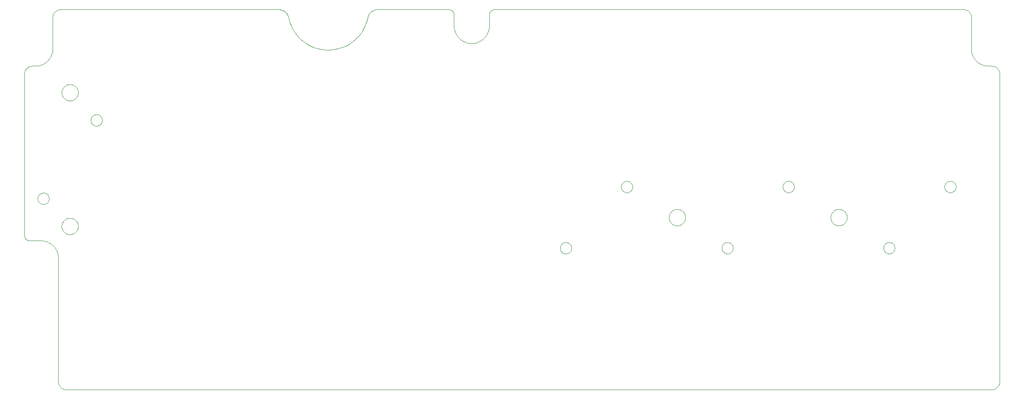
<source format=gko>
%FSTAX23Y23*%
%MOIN*%
%SFA1B1*%

%IPPOS*%
%ADD95C,0.000500*%
%ADD96C,0.000787*%
%LNmod_duo_dwarf-1*%
%LPD*%
G54D95*
X01153Y03083D02*
D01*
X01153Y03087*
X01153Y03092*
X01152Y03096*
X01151Y031*
X0115Y03105*
X01148Y03109*
X01146Y03113*
X01144Y03117*
X01141Y0312*
X01139Y03124*
X01136Y03127*
X01132Y0313*
X01129Y03133*
X01125Y03136*
X01121Y03138*
X01118Y0314*
X01113Y03142*
X01109Y03144*
X01105Y03145*
X01101Y03146*
X01096Y03146*
X01092Y03147*
X01087*
X01083Y03146*
X01078Y03146*
X01074Y03145*
X0107Y03144*
X01066Y03142*
X01061Y0314*
X01058Y03138*
X01054Y03136*
X0105Y03133*
X01047Y0313*
X01043Y03127*
X0104Y03124*
X01038Y0312*
X01035Y03117*
X01033Y03113*
X01031Y03109*
X01029Y03105*
X01028Y031*
X01027Y03096*
X01026Y03092*
X01026Y03087*
X01026Y03083*
X01026Y03078*
X01026Y03074*
X01027Y0307*
X01028Y03065*
X01029Y03061*
X01031Y03057*
X01033Y03053*
X01035Y03049*
X01038Y03045*
X0104Y03042*
X01043Y03038*
X01047Y03035*
X0105Y03032*
X01054Y0303*
X01058Y03027*
X01061Y03025*
X01066Y03023*
X0107Y03022*
X01074Y03021*
X01078Y0302*
X01083Y03019*
X01087Y03019*
X01092*
X01096Y03019*
X01101Y0302*
X01105Y03021*
X01109Y03022*
X01113Y03023*
X01118Y03025*
X01121Y03027*
X01125Y0303*
X01129Y03032*
X01132Y03035*
X01136Y03038*
X01139Y03042*
X01141Y03045*
X01144Y03049*
X01146Y03053*
X01148Y03057*
X0115Y03061*
X01151Y03065*
X01152Y0307*
X01153Y03074*
X01153Y03078*
X01153Y03083*
X08334Y0323D02*
D01*
X08333Y03235*
X08333Y03239*
X08332Y03243*
X08331Y03247*
X0833Y03251*
X08328Y03254*
X08327Y03258*
X08325Y03262*
X08322Y03265*
X0832Y03268*
X08317Y03271*
X08314Y03274*
X08311Y03277*
X08308Y03279*
X08304Y03282*
X083Y03284*
X08297Y03285*
X08293Y03287*
X08289Y03288*
X08285Y03289*
X08281Y03289*
X08277Y03289*
X08275Y0329*
X08113Y03427D02*
D01*
X08113Y03418*
X08114Y03408*
X08116Y03399*
X08118Y03389*
X08121Y0338*
X08125Y03371*
X08129Y03363*
X08134Y03354*
X08139Y03346*
X08145Y03339*
X08152Y03332*
X08159Y03325*
X08166Y03319*
X08174Y03313*
X08182Y03308*
X08191Y03303*
X08199Y033*
X08208Y03296*
X08218Y03294*
X08227Y03292*
X08237Y0329*
X08246Y0329*
X08251Y0329*
X03487Y0373D02*
D01*
X03482Y0373*
X03476Y0373*
X03471Y03729*
X03465Y03727*
X0346Y03726*
X03455Y03724*
X0345Y03721*
X03445Y03718*
X03441Y03715*
X03436Y03712*
X03432Y03708*
X03429Y03704*
X03425Y037*
X03422Y03696*
X03419Y03691*
X03416Y03686*
X03414Y03681*
X03412Y03676*
X03411Y03671*
X0341Y03667*
X08275Y00766D02*
D01*
X08279Y00766*
X08283Y00766*
X08287Y00767*
X08291Y00768*
X08295Y00769*
X08299Y00771*
X08302Y00773*
X08306Y00775*
X08309Y00777*
X08312Y0078*
X08316Y00782*
X08318Y00785*
X08321Y00789*
X08323Y00792*
X08326Y00795*
X08328Y00799*
X08329Y00803*
X08331Y00807*
X08332Y00811*
X08333Y00815*
X08333Y00819*
X08334Y00823*
X08334Y00825*
X00999D02*
D01*
X00999Y00821*
X01Y00817*
X01Y00813*
X01001Y00809*
X01003Y00805*
X01004Y00801*
X01006Y00797*
X01008Y00794*
X0101Y0079*
X01013Y00787*
X01016Y00784*
X01018Y00781*
X01022Y00778*
X01025Y00776*
X01028Y00774*
X01032Y00772*
X01036Y0077*
X0104Y00769*
X01044Y00768*
X01048Y00767*
X01052Y00766*
X01056Y00766*
X01058Y00766*
X00794Y0329D02*
D01*
X0079Y03289*
X00786Y03289*
X00782Y03288*
X00778Y03287*
X00774Y03286*
X0077Y03284*
X00766Y03283*
X00763Y03281*
X0076Y03278*
X00756Y03276*
X00753Y03273*
X0075Y0327*
X00748Y03267*
X00745Y03263*
X00743Y0326*
X00741Y03256*
X00739Y03253*
X00738Y03249*
X00737Y03245*
X00736Y03241*
X00735Y03237*
X00735Y03233*
X00735Y0323*
X00818Y0329D02*
D01*
X00827Y0329*
X00837Y03291*
X00846Y03293*
X00856Y03295*
X00865Y03298*
X00874Y03301*
X00883Y03306*
X00891Y0331*
X00899Y03316*
X00906Y03322*
X00914Y03328*
X0092Y03335*
X00926Y03342*
X00932Y0335*
X00937Y03358*
X00942Y03367*
X00946Y03376*
X00949Y03385*
X00952Y03394*
X00954Y03403*
X00955Y03413*
X00956Y03422*
X00956Y03427*
X01015Y0373D02*
D01*
X01011Y0373*
X01006Y0373*
X01002Y03729*
X00998Y03728*
X00994Y03727*
X00991Y03725*
X00987Y03724*
X00983Y03721*
X0098Y03719*
X00977Y03717*
X00974Y03714*
X00971Y03711*
X00968Y03708*
X00966Y03704*
X00964Y03701*
X00962Y03697*
X0096Y03694*
X00959Y0369*
X00957Y03686*
X00957Y03682*
X00956Y03678*
X00956Y03673*
X00956Y03671*
X04082Y03604D02*
D01*
X04082Y03595*
X04083Y03585*
X04085Y03576*
X04087Y03566*
X0409Y03557*
X04094Y03548*
X04098Y0354*
X04103Y03531*
X04108Y03523*
X04114Y03516*
X0412Y03509*
X04127Y03502*
X04135Y03496*
X04142Y0349*
X04151Y03485*
X04159Y03481*
X04168Y03477*
X04177Y03473*
X04186Y03471*
X04195Y03469*
X04205Y03467*
X04215Y03467*
X04224*
X04234Y03467*
X04243Y03469*
X04253Y03471*
X04262Y03473*
X04271Y03477*
X0428Y03481*
X04288Y03485*
X04296Y0349*
X04304Y03496*
X04312Y03502*
X04319Y03509*
X04325Y03516*
X04331Y03523*
X04336Y03531*
X04341Y0354*
X04345Y03548*
X04349Y03557*
X04352Y03566*
X04354Y03576*
X04356Y03585*
X04357Y03595*
X04357Y03604*
X04082Y03691D02*
D01*
X04082Y03694*
X04081Y03697*
X04081Y03699*
X0408Y03702*
X04079Y03705*
X04078Y03707*
X04077Y0371*
X04076Y03712*
X04074Y03714*
X04072Y03716*
X04071Y03718*
X04069Y0372*
X04066Y03722*
X04064Y03724*
X04062Y03725*
X0406Y03726*
X04057Y03728*
X04054Y03729*
X04052Y03729*
X04049Y0373*
X04046Y0373*
X04044Y0373*
X04042Y0373*
X04397D02*
D01*
X04394Y0373*
X04391Y0373*
X04388Y0373*
X04386Y03729*
X04383Y03728*
X04381Y03727*
X04378Y03726*
X04376Y03724*
X04373Y03723*
X04371Y03721*
X04369Y03719*
X04367Y03717*
X04366Y03715*
X04364Y03713*
X04362Y03711*
X04361Y03708*
X0436Y03706*
X04359Y03703*
X04358Y03701*
X04358Y03698*
X04357Y03695*
X04357Y03692*
X04357Y03691*
X02793Y03667D02*
D01*
X02798Y03646*
X02804Y03625*
X02813Y03605*
X02822Y03585*
X02833Y03566*
X02845Y03547*
X02858Y0353*
X02873Y03513*
X02889Y03498*
X02905Y03484*
X02923Y03471*
X02942Y03459*
X02961Y03448*
X02981Y03439*
X03002Y03432*
X03023Y03425*
X03044Y03421*
X03066Y03417*
X03088Y03416*
X0311Y03416*
X03132Y03417*
X03153Y0342*
X03175Y03424*
X03196Y0343*
X03217Y03437*
X03237Y03446*
X03257Y03456*
X03275Y03468*
X03293Y03481*
X0331Y03495*
X03326Y0351*
X03341Y03526*
X03355Y03543*
X03367Y03561*
X03378Y0358*
X03388Y036*
X03396Y0362*
X03403Y03641*
X03409Y03662*
X0341Y03667*
X08113Y03671D02*
D01*
X08113Y03676*
X08113Y0368*
X08112Y03684*
X08111Y03688*
X0811Y03692*
X08108Y03695*
X08106Y03699*
X08104Y03703*
X08102Y03706*
X08099Y03709*
X08097Y03712*
X08094Y03715*
X0809Y03718*
X08087Y0372*
X08084Y03723*
X0808Y03724*
X08076Y03726*
X08072Y03728*
X08068Y03729*
X08064Y0373*
X0806Y0373*
X08056Y0373*
X08054Y0373*
X02793Y03667D02*
D01*
X02791Y03673*
X0279Y03678*
X02788Y03683*
X02785Y03688*
X02783Y03693*
X0278Y03697*
X02776Y03702*
X02773Y03706*
X02769Y0371*
X02765Y03713*
X0276Y03717*
X02755Y0372*
X02751Y03722*
X02746Y03724*
X0274Y03726*
X02735Y03728*
X0273Y03729*
X02724Y0373*
X02719Y0373*
X02716Y0373*
X04397D02*
X08054D01*
X08251Y0329D02*
X08275D01*
X00999Y00825D02*
Y01722D01*
X08334Y00825D02*
Y0323D01*
X00956Y03427D02*
Y03671D01*
X01058Y00766D02*
X08275D01*
X00794Y0329D02*
X00818D01*
X03487Y0373D02*
X04042D01*
X01015D02*
X02716D01*
X08113Y03427D02*
Y03671D01*
X04357Y03604D02*
Y03691D01*
X04082Y03604D02*
Y03691D01*
G54D96*
X07994Y02347D02*
D01*
X07994Y0235*
X07993Y02353*
X07993Y02356*
X07992Y02359*
X07991Y02362*
X0799Y02365*
X07988Y02368*
X07987Y0237*
X07985Y02373*
X07983Y02375*
X07981Y02378*
X07979Y0238*
X07977Y02382*
X07974Y02384*
X07972Y02385*
X07969Y02387*
X07966Y02388*
X07963Y02389*
X0796Y0239*
X07957Y02391*
X07954Y02391*
X07951Y02391*
X07948*
X07945Y02391*
X07942Y02391*
X07939Y0239*
X07936Y02389*
X07933Y02388*
X0793Y02387*
X07927Y02385*
X07925Y02384*
X07922Y02382*
X0792Y0238*
X07918Y02378*
X07915Y02375*
X07914Y02373*
X07912Y0237*
X0791Y02368*
X07909Y02365*
X07908Y02362*
X07907Y02359*
X07906Y02356*
X07906Y02353*
X07905Y0235*
X07905Y02347*
X07905Y02344*
X07906Y02341*
X07906Y02338*
X07907Y02335*
X07908Y02332*
X07909Y02329*
X0791Y02326*
X07912Y02323*
X07914Y02321*
X07915Y02318*
X07918Y02316*
X0792Y02314*
X07922Y02312*
X07925Y0231*
X07927Y02309*
X0793Y02307*
X07933Y02306*
X07936Y02305*
X07939Y02304*
X07942Y02303*
X07945Y02303*
X07948Y02303*
X07951*
X07954Y02303*
X07957Y02303*
X0796Y02304*
X07963Y02305*
X07966Y02306*
X07969Y02307*
X07972Y02309*
X07974Y0231*
X07977Y02312*
X07979Y02314*
X07981Y02316*
X07983Y02318*
X07985Y02321*
X07987Y02323*
X07988Y02326*
X0799Y02329*
X07991Y02332*
X07992Y02335*
X07993Y02338*
X07993Y02341*
X07994Y02344*
X07994Y02347*
X07518Y0187D02*
D01*
X07518Y01873*
X07518Y01876*
X07517Y01879*
X07516Y01882*
X07515Y01885*
X07514Y01888*
X07513Y01891*
X07511Y01893*
X0751Y01896*
X07508Y01898*
X07506Y01901*
X07503Y01903*
X07501Y01905*
X07498Y01907*
X07496Y01908*
X07493Y0191*
X0749Y01911*
X07487Y01912*
X07484Y01913*
X07481Y01913*
X07478Y01914*
X07475Y01914*
X07472*
X07469Y01914*
X07466Y01913*
X07463Y01913*
X0746Y01912*
X07457Y01911*
X07454Y0191*
X07452Y01908*
X07449Y01907*
X07446Y01905*
X07444Y01903*
X07442Y01901*
X0744Y01898*
X07438Y01896*
X07436Y01893*
X07435Y01891*
X07433Y01888*
X07432Y01885*
X07431Y01882*
X0743Y01879*
X0743Y01876*
X0743Y01873*
X07429Y0187*
X0743Y01867*
X0743Y01864*
X0743Y01861*
X07431Y01858*
X07432Y01855*
X07433Y01852*
X07435Y01849*
X07436Y01846*
X07438Y01844*
X0744Y01841*
X07442Y01839*
X07444Y01837*
X07446Y01835*
X07449Y01833*
X07452Y01831*
X07454Y0183*
X07457Y01829*
X0746Y01828*
X07463Y01827*
X07466Y01826*
X07469Y01826*
X07472Y01826*
X07475*
X07478Y01826*
X07481Y01826*
X07484Y01827*
X07487Y01828*
X0749Y01829*
X07493Y0183*
X07496Y01831*
X07498Y01833*
X07501Y01835*
X07503Y01837*
X07506Y01839*
X07508Y01841*
X0751Y01844*
X07511Y01846*
X07513Y01849*
X07514Y01852*
X07515Y01855*
X07516Y01858*
X07517Y01861*
X07518Y01864*
X07518Y01867*
X07518Y0187*
X07146Y02108D02*
D01*
X07145Y02113*
X07145Y02117*
X07144Y02122*
X07143Y02126*
X07142Y0213*
X0714Y02134*
X07138Y02138*
X07136Y02142*
X07133Y02146*
X07131Y0215*
X07128Y02153*
X07124Y02156*
X07121Y02159*
X07117Y02161*
X07114Y02164*
X0711Y02166*
X07106Y02168*
X07101Y02169*
X07097Y0217*
X07093Y02171*
X07088Y02172*
X07084Y02172*
X07079*
X07075Y02172*
X07071Y02171*
X07066Y0217*
X07062Y02169*
X07058Y02168*
X07054Y02166*
X0705Y02164*
X07046Y02161*
X07042Y02159*
X07039Y02156*
X07036Y02153*
X07033Y0215*
X0703Y02146*
X07027Y02142*
X07025Y02138*
X07023Y02134*
X07022Y0213*
X0702Y02126*
X07019Y02122*
X07018Y02117*
X07018Y02113*
X07018Y02108*
X07018Y02104*
X07018Y02099*
X07019Y02095*
X0702Y02091*
X07022Y02087*
X07023Y02082*
X07025Y02078*
X07027Y02074*
X0703Y02071*
X07033Y02067*
X07036Y02064*
X07039Y02061*
X07042Y02058*
X07046Y02055*
X0705Y02053*
X07054Y02051*
X07058Y02049*
X07062Y02048*
X07066Y02046*
X07071Y02045*
X07075Y02045*
X07079Y02044*
X07084*
X07088Y02045*
X07093Y02045*
X07097Y02046*
X07101Y02048*
X07106Y02049*
X0711Y02051*
X07114Y02053*
X07117Y02055*
X07121Y02058*
X07124Y02061*
X07128Y02064*
X07131Y02067*
X07133Y02071*
X07136Y02074*
X07138Y02078*
X0714Y02082*
X07142Y02087*
X07143Y02091*
X07144Y02095*
X07145Y02099*
X07145Y02104*
X07146Y02108*
X06734Y02347D02*
D01*
X06734Y0235*
X06733Y02353*
X06733Y02356*
X06732Y02359*
X06731Y02362*
X0673Y02365*
X06729Y02368*
X06727Y0237*
X06725Y02373*
X06723Y02375*
X06721Y02378*
X06719Y0238*
X06717Y02382*
X06714Y02384*
X06712Y02385*
X06709Y02387*
X06706Y02388*
X06703Y02389*
X067Y0239*
X06697Y02391*
X06694Y02391*
X06691Y02391*
X06688*
X06685Y02391*
X06682Y02391*
X06679Y0239*
X06676Y02389*
X06673Y02388*
X0667Y02387*
X06667Y02385*
X06665Y02384*
X06662Y02382*
X0666Y0238*
X06658Y02378*
X06656Y02375*
X06654Y02373*
X06652Y0237*
X0665Y02368*
X06649Y02365*
X06648Y02362*
X06647Y02359*
X06646Y02356*
X06646Y02353*
X06645Y0235*
X06645Y02347*
X06645Y02344*
X06646Y02341*
X06646Y02338*
X06647Y02335*
X06648Y02332*
X06649Y02329*
X0665Y02326*
X06652Y02323*
X06654Y02321*
X06656Y02318*
X06658Y02316*
X0666Y02314*
X06662Y02312*
X06665Y0231*
X06667Y02309*
X0667Y02307*
X06673Y02306*
X06676Y02305*
X06679Y02304*
X06682Y02303*
X06685Y02303*
X06688Y02303*
X06691*
X06694Y02303*
X06697Y02303*
X067Y02304*
X06703Y02305*
X06706Y02306*
X06709Y02307*
X06712Y02309*
X06714Y0231*
X06717Y02312*
X06719Y02314*
X06721Y02316*
X06723Y02318*
X06725Y02321*
X06727Y02323*
X06729Y02326*
X0673Y02329*
X06731Y02332*
X06732Y02335*
X06733Y02338*
X06733Y02341*
X06734Y02344*
X06734Y02347*
X06258Y0187D02*
D01*
X06258Y01873*
X06258Y01876*
X06257Y01879*
X06256Y01882*
X06256Y01885*
X06254Y01888*
X06253Y01891*
X06251Y01893*
X0625Y01896*
X06248Y01898*
X06246Y01901*
X06244Y01903*
X06241Y01905*
X06239Y01907*
X06236Y01908*
X06233Y0191*
X0623Y01911*
X06228Y01912*
X06225Y01913*
X06222Y01913*
X06219Y01914*
X06215Y01914*
X06212*
X06209Y01914*
X06206Y01913*
X06203Y01913*
X062Y01912*
X06197Y01911*
X06194Y0191*
X06192Y01908*
X06189Y01907*
X06187Y01905*
X06184Y01903*
X06182Y01901*
X0618Y01898*
X06178Y01896*
X06176Y01893*
X06175Y01891*
X06173Y01888*
X06172Y01885*
X06171Y01882*
X06171Y01879*
X0617Y01876*
X0617Y01873*
X0617Y0187*
X0617Y01867*
X0617Y01864*
X06171Y01861*
X06171Y01858*
X06172Y01855*
X06173Y01852*
X06175Y01849*
X06176Y01846*
X06178Y01844*
X0618Y01841*
X06182Y01839*
X06184Y01837*
X06187Y01835*
X06189Y01833*
X06192Y01831*
X06194Y0183*
X06197Y01829*
X062Y01828*
X06203Y01827*
X06206Y01826*
X06209Y01826*
X06212Y01826*
X06215*
X06219Y01826*
X06222Y01826*
X06225Y01827*
X06228Y01828*
X0623Y01829*
X06233Y0183*
X06236Y01831*
X06239Y01833*
X06241Y01835*
X06244Y01837*
X06246Y01839*
X06248Y01841*
X0625Y01844*
X06251Y01846*
X06253Y01849*
X06254Y01852*
X06256Y01855*
X06256Y01858*
X06257Y01861*
X06258Y01864*
X06258Y01867*
X06258Y0187*
X05886Y02108D02*
D01*
X05886Y02113*
X05885Y02117*
X05884Y02122*
X05883Y02126*
X05882Y0213*
X0588Y02134*
X05878Y02138*
X05876Y02142*
X05874Y02146*
X05871Y0215*
X05868Y02153*
X05865Y02156*
X05861Y02159*
X05858Y02161*
X05854Y02164*
X0585Y02166*
X05846Y02168*
X05842Y02169*
X05837Y0217*
X05833Y02171*
X05828Y02172*
X05824Y02172*
X0582*
X05815Y02172*
X05811Y02171*
X05806Y0217*
X05802Y02169*
X05798Y02168*
X05794Y02166*
X0579Y02164*
X05786Y02161*
X05782Y02159*
X05779Y02156*
X05776Y02153*
X05773Y0215*
X0577Y02146*
X05768Y02142*
X05765Y02138*
X05763Y02134*
X05762Y0213*
X0576Y02126*
X05759Y02122*
X05758Y02117*
X05758Y02113*
X05758Y02108*
X05758Y02104*
X05758Y02099*
X05759Y02095*
X0576Y02091*
X05762Y02087*
X05763Y02082*
X05765Y02078*
X05768Y02074*
X0577Y02071*
X05773Y02067*
X05776Y02064*
X05779Y02061*
X05782Y02058*
X05786Y02055*
X0579Y02053*
X05794Y02051*
X05798Y02049*
X05802Y02048*
X05806Y02046*
X05811Y02045*
X05815Y02045*
X0582Y02044*
X05824*
X05828Y02045*
X05833Y02045*
X05837Y02046*
X05842Y02048*
X05846Y02049*
X0585Y02051*
X05854Y02053*
X05858Y02055*
X05861Y02058*
X05865Y02061*
X05868Y02064*
X05871Y02067*
X05874Y02071*
X05876Y02074*
X05878Y02078*
X0588Y02082*
X05882Y02087*
X05883Y02091*
X05884Y02095*
X05885Y02099*
X05886Y02104*
X05886Y02108*
X05474Y02347D02*
D01*
X05474Y0235*
X05474Y02353*
X05473Y02356*
X05472Y02359*
X05471Y02362*
X0547Y02365*
X05469Y02368*
X05467Y0237*
X05466Y02373*
X05464Y02375*
X05462Y02378*
X05459Y0238*
X05457Y02382*
X05454Y02384*
X05452Y02385*
X05449Y02387*
X05446Y02388*
X05443Y02389*
X0544Y0239*
X05437Y02391*
X05434Y02391*
X05431Y02391*
X05428*
X05425Y02391*
X05422Y02391*
X05419Y0239*
X05416Y02389*
X05413Y02388*
X0541Y02387*
X05408Y02385*
X05405Y02384*
X05402Y02382*
X054Y0238*
X05398Y02378*
X05396Y02375*
X05394Y02373*
X05392Y0237*
X05391Y02368*
X05389Y02365*
X05388Y02362*
X05387Y02359*
X05386Y02356*
X05386Y02353*
X05385Y0235*
X05385Y02347*
X05385Y02344*
X05386Y02341*
X05386Y02338*
X05387Y02335*
X05388Y02332*
X05389Y02329*
X05391Y02326*
X05392Y02323*
X05394Y02321*
X05396Y02318*
X05398Y02316*
X054Y02314*
X05402Y02312*
X05405Y0231*
X05408Y02309*
X0541Y02307*
X05413Y02306*
X05416Y02305*
X05419Y02304*
X05422Y02303*
X05425Y02303*
X05428Y02303*
X05431*
X05434Y02303*
X05437Y02303*
X0544Y02304*
X05443Y02305*
X05446Y02306*
X05449Y02307*
X05452Y02309*
X05454Y0231*
X05457Y02312*
X05459Y02314*
X05462Y02316*
X05464Y02318*
X05466Y02321*
X05467Y02323*
X05469Y02326*
X0547Y02329*
X05471Y02332*
X05472Y02335*
X05473Y02338*
X05474Y02341*
X05474Y02344*
X05474Y02347*
X04998Y0187D02*
D01*
X04998Y01873*
X04998Y01876*
X04997Y01879*
X04997Y01882*
X04996Y01885*
X04995Y01888*
X04993Y01891*
X04992Y01893*
X0499Y01896*
X04988Y01898*
X04986Y01901*
X04984Y01903*
X04981Y01905*
X04979Y01907*
X04976Y01908*
X04973Y0191*
X04971Y01911*
X04968Y01912*
X04965Y01913*
X04962Y01913*
X04959Y01914*
X04956Y01914*
X04953*
X04949Y01914*
X04946Y01913*
X04943Y01913*
X0494Y01912*
X04937Y01911*
X04935Y0191*
X04932Y01908*
X04929Y01907*
X04927Y01905*
X04924Y01903*
X04922Y01901*
X0492Y01898*
X04918Y01896*
X04916Y01893*
X04915Y01891*
X04914Y01888*
X04912Y01885*
X04911Y01882*
X04911Y01879*
X0491Y01876*
X0491Y01873*
X0491Y0187*
X0491Y01867*
X0491Y01864*
X04911Y01861*
X04911Y01858*
X04912Y01855*
X04914Y01852*
X04915Y01849*
X04916Y01846*
X04918Y01844*
X0492Y01841*
X04922Y01839*
X04924Y01837*
X04927Y01835*
X04929Y01833*
X04932Y01831*
X04935Y0183*
X04937Y01829*
X0494Y01828*
X04943Y01827*
X04946Y01826*
X04949Y01826*
X04953Y01826*
X04956*
X04959Y01826*
X04962Y01826*
X04965Y01827*
X04968Y01828*
X04971Y01829*
X04973Y0183*
X04976Y01831*
X04979Y01833*
X04981Y01835*
X04984Y01837*
X04986Y01839*
X04988Y01841*
X0499Y01844*
X04992Y01846*
X04993Y01849*
X04995Y01852*
X04996Y01855*
X04997Y01858*
X04997Y01861*
X04998Y01864*
X04998Y01867*
X04998Y0187*
X01153Y0204D02*
D01*
X01153Y02044*
X01153Y02048*
X01152Y02053*
X01151Y02057*
X0115Y02061*
X01148Y02066*
X01146Y0207*
X01144Y02073*
X01141Y02077*
X01139Y02081*
X01136Y02084*
X01132Y02087*
X01129Y0209*
X01125Y02093*
X01121Y02095*
X01118Y02097*
X01113Y02099*
X01109Y021*
X01105Y02102*
X01101Y02103*
X01096Y02103*
X01092Y02103*
X01087*
X01083Y02103*
X01078Y02103*
X01074Y02102*
X0107Y021*
X01066Y02099*
X01061Y02097*
X01058Y02095*
X01054Y02093*
X0105Y0209*
X01047Y02087*
X01043Y02084*
X0104Y02081*
X01038Y02077*
X01035Y02073*
X01033Y0207*
X01031Y02066*
X01029Y02061*
X01028Y02057*
X01027Y02053*
X01026Y02048*
X01026Y02044*
X01026Y0204*
X01026Y02035*
X01026Y02031*
X01027Y02026*
X01028Y02022*
X01029Y02018*
X01031Y02013*
X01033Y02009*
X01035Y02006*
X01038Y02002*
X0104Y01998*
X01043Y01995*
X01047Y01992*
X0105Y01989*
X01054Y01986*
X01058Y01984*
X01061Y01982*
X01066Y0198*
X0107Y01979*
X01074Y01977*
X01078Y01976*
X01083Y01976*
X01087Y01976*
X01092*
X01096Y01976*
X01101Y01976*
X01105Y01977*
X01109Y01979*
X01113Y0198*
X01118Y01982*
X01121Y01984*
X01125Y01986*
X01129Y01989*
X01132Y01992*
X01136Y01995*
X01139Y01998*
X01141Y02002*
X01144Y02006*
X01146Y02009*
X01148Y02013*
X0115Y02018*
X01151Y02022*
X01152Y02026*
X01153Y02031*
X01153Y02035*
X01153Y0204*
X00927Y02255D02*
D01*
X00927Y02259*
X00926Y02262*
X00926Y02265*
X00925Y02268*
X00924Y02271*
X00923Y02273*
X00922Y02276*
X0092Y02279*
X00918Y02282*
X00917Y02284*
X00914Y02286*
X00912Y02288*
X0091Y0229*
X00907Y02292*
X00905Y02294*
X00902Y02295*
X00899Y02297*
X00896Y02298*
X00893Y02298*
X0089Y02299*
X00887Y023*
X00884Y023*
X00881*
X00878Y023*
X00875Y02299*
X00872Y02298*
X00869Y02298*
X00866Y02297*
X00863Y02295*
X0086Y02294*
X00858Y02292*
X00855Y0229*
X00853Y02288*
X00851Y02286*
X00849Y02284*
X00847Y02282*
X00845Y02279*
X00844Y02276*
X00842Y02273*
X00841Y02271*
X0084Y02268*
X00839Y02265*
X00839Y02262*
X00838Y02259*
X00838Y02255*
X00838Y02252*
X00839Y02249*
X00839Y02246*
X0084Y02243*
X00841Y0224*
X00842Y02237*
X00844Y02235*
X00845Y02232*
X00847Y02229*
X00849Y02227*
X00851Y02225*
X00853Y02223*
X00855Y02221*
X00858Y02219*
X0086Y02217*
X00863Y02216*
X00866Y02214*
X00869Y02213*
X00872Y02213*
X00875Y02212*
X00878Y02211*
X00881Y02211*
X00884*
X00887Y02211*
X0089Y02212*
X00893Y02213*
X00896Y02213*
X00899Y02214*
X00902Y02216*
X00905Y02217*
X00907Y02219*
X0091Y02221*
X00912Y02223*
X00914Y02225*
X00917Y02227*
X00918Y02229*
X0092Y02232*
X00922Y02235*
X00923Y02237*
X00924Y0224*
X00925Y02243*
X00926Y02246*
X00926Y02249*
X00927Y02252*
X00927Y02255*
X01341Y02867D02*
D01*
X01341Y0287*
X0134Y02873*
X0134Y02876*
X01339Y02879*
X01338Y02882*
X01337Y02885*
X01335Y02888*
X01334Y0289*
X01332Y02893*
X0133Y02895*
X01328Y02898*
X01326Y029*
X01324Y02902*
X01321Y02904*
X01319Y02905*
X01316Y02907*
X01313Y02908*
X0131Y02909*
X01307Y0291*
X01304Y0291*
X01301Y02911*
X01298Y02911*
X01295*
X01292Y02911*
X01289Y0291*
X01286Y0291*
X01283Y02909*
X0128Y02908*
X01277Y02907*
X01274Y02905*
X01272Y02904*
X01269Y02902*
X01267Y029*
X01265Y02898*
X01262Y02895*
X01261Y02893*
X01259Y0289*
X01257Y02888*
X01256Y02885*
X01255Y02882*
X01254Y02879*
X01253Y02876*
X01253Y02873*
X01252Y0287*
X01252Y02867*
X01252Y02864*
X01253Y02861*
X01253Y02858*
X01254Y02855*
X01255Y02852*
X01256Y02849*
X01257Y02846*
X01259Y02843*
X01261Y02841*
X01262Y02838*
X01265Y02836*
X01267Y02834*
X01269Y02832*
X01272Y0283*
X01274Y02828*
X01277Y02827*
X0128Y02826*
X01283Y02825*
X01286Y02824*
X01289Y02823*
X01292Y02823*
X01295Y02823*
X01298*
X01301Y02823*
X01304Y02823*
X01307Y02824*
X0131Y02825*
X01313Y02826*
X01316Y02827*
X01319Y02828*
X01321Y0283*
X01324Y02832*
X01326Y02834*
X01328Y02836*
X0133Y02838*
X01332Y02841*
X01334Y02843*
X01335Y02846*
X01337Y02849*
X01338Y02852*
X01339Y02855*
X0134Y02858*
X0134Y02861*
X01341Y02864*
X01341Y02867*
X01153Y03083D02*
D01*
X01153Y03087*
X01153Y03092*
X01152Y03096*
X01151Y031*
X0115Y03105*
X01148Y03109*
X01146Y03113*
X01144Y03117*
X01141Y0312*
X01139Y03124*
X01136Y03127*
X01132Y0313*
X01129Y03133*
X01125Y03136*
X01121Y03138*
X01118Y0314*
X01113Y03142*
X01109Y03144*
X01105Y03145*
X01101Y03146*
X01096Y03146*
X01092Y03147*
X01087*
X01083Y03146*
X01078Y03146*
X01074Y03145*
X0107Y03144*
X01066Y03142*
X01061Y0314*
X01058Y03138*
X01054Y03136*
X0105Y03133*
X01047Y0313*
X01043Y03127*
X0104Y03124*
X01038Y0312*
X01035Y03117*
X01033Y03113*
X01031Y03109*
X01029Y03105*
X01028Y031*
X01027Y03096*
X01026Y03092*
X01026Y03087*
X01026Y03083*
X01026Y03078*
X01026Y03074*
X01027Y0307*
X01028Y03065*
X01029Y03061*
X01031Y03057*
X01033Y03053*
X01035Y03049*
X01038Y03045*
X0104Y03042*
X01043Y03038*
X01047Y03035*
X0105Y03032*
X01054Y0303*
X01058Y03027*
X01061Y03025*
X01066Y03023*
X0107Y03022*
X01074Y03021*
X01078Y0302*
X01083Y03019*
X01087Y03019*
X01092*
X01096Y03019*
X01101Y0302*
X01105Y03021*
X01109Y03022*
X01113Y03023*
X01118Y03025*
X01121Y03027*
X01125Y0303*
X01129Y03032*
X01132Y03035*
X01136Y03038*
X01139Y03042*
X01141Y03045*
X01144Y03049*
X01146Y03053*
X01148Y03057*
X0115Y03061*
X01151Y03065*
X01152Y0307*
X01153Y03074*
X01153Y03078*
X01153Y03083*
X08334Y0323D02*
D01*
X08333Y03235*
X08333Y03239*
X08332Y03243*
X08331Y03247*
X0833Y03251*
X08328Y03254*
X08327Y03258*
X08325Y03262*
X08322Y03265*
X0832Y03268*
X08317Y03271*
X08314Y03274*
X08311Y03277*
X08308Y03279*
X08304Y03282*
X083Y03284*
X08297Y03285*
X08293Y03287*
X08289Y03288*
X08285Y03289*
X08281Y03289*
X08277Y03289*
X08275Y0329*
X02793Y03667D02*
D01*
X02791Y03673*
X0279Y03678*
X02788Y03683*
X02785Y03688*
X02783Y03693*
X0278Y03697*
X02776Y03702*
X02773Y03706*
X02769Y0371*
X02765Y03713*
X0276Y03717*
X02755Y0372*
X02751Y03722*
X02746Y03724*
X0274Y03726*
X02735Y03728*
X0273Y03729*
X02724Y0373*
X02719Y0373*
X02716Y0373*
X00735Y01967D02*
D01*
X00735Y01964*
X00736Y01961*
X00736Y01958*
X00737Y01956*
X00738Y01953*
X00739Y01951*
X0074Y01948*
X00741Y01946*
X00743Y01944*
X00744Y01941*
X00746Y01939*
X00748Y01937*
X0075Y01936*
X00753Y01934*
X00755Y01933*
X00757Y01931*
X0076Y0193*
X00762Y01929*
X00765Y01928*
X00768Y01928*
X0077Y01928*
X00773Y01927*
X00775Y01927*
X04082Y03691D02*
D01*
X04082Y03694*
X04081Y03697*
X04081Y03699*
X0408Y03702*
X04079Y03705*
X04078Y03707*
X04077Y0371*
X04076Y03712*
X04074Y03714*
X04072Y03716*
X04071Y03718*
X04069Y0372*
X04066Y03722*
X04064Y03724*
X04062Y03725*
X0406Y03726*
X04057Y03728*
X04054Y03729*
X04052Y03729*
X04049Y0373*
X04046Y0373*
X04044Y0373*
X04042Y0373*
X04082Y03604D02*
D01*
X04082Y03595*
X04083Y03585*
X04085Y03576*
X04087Y03566*
X0409Y03557*
X04094Y03548*
X04098Y0354*
X04103Y03531*
X04108Y03523*
X04114Y03516*
X0412Y03509*
X04127Y03502*
X04135Y03496*
X04142Y0349*
X04151Y03485*
X04159Y03481*
X04168Y03477*
X04177Y03473*
X04186Y03471*
X04195Y03469*
X04205Y03467*
X04215Y03467*
X04224*
X04234Y03467*
X04243Y03469*
X04253Y03471*
X04262Y03473*
X04271Y03477*
X0428Y03481*
X04288Y03485*
X04296Y0349*
X04304Y03496*
X04312Y03502*
X04319Y03509*
X04325Y03516*
X04331Y03523*
X04336Y03531*
X04341Y0354*
X04345Y03548*
X04349Y03557*
X04352Y03566*
X04354Y03576*
X04356Y03585*
X04357Y03595*
X04357Y03604*
X03487Y0373D02*
D01*
X03482Y0373*
X03476Y0373*
X03471Y03729*
X03465Y03727*
X0346Y03726*
X03455Y03724*
X0345Y03721*
X03445Y03718*
X03441Y03715*
X03436Y03712*
X03432Y03708*
X03429Y03704*
X03425Y037*
X03422Y03696*
X03419Y03691*
X03416Y03686*
X03414Y03681*
X03412Y03676*
X03411Y03671*
X0341Y03667*
X08275Y00766D02*
D01*
X08279Y00766*
X08283Y00766*
X08287Y00767*
X08291Y00768*
X08295Y00769*
X08299Y00771*
X08302Y00773*
X08306Y00775*
X08309Y00777*
X08312Y0078*
X08316Y00782*
X08318Y00785*
X08321Y00789*
X08323Y00792*
X08326Y00795*
X08328Y00799*
X08329Y00803*
X08331Y00807*
X08332Y00811*
X08333Y00815*
X08333Y00819*
X08334Y00823*
X08334Y00825*
X04397Y0373D02*
D01*
X04394Y0373*
X04391Y0373*
X04388Y0373*
X04386Y03729*
X04383Y03728*
X04381Y03727*
X04378Y03726*
X04376Y03724*
X04373Y03723*
X04371Y03721*
X04369Y03719*
X04367Y03717*
X04366Y03715*
X04364Y03713*
X04362Y03711*
X04361Y03708*
X0436Y03706*
X04359Y03703*
X04358Y03701*
X04358Y03698*
X04357Y03695*
X04357Y03692*
X04357Y03691*
X00794Y0329D02*
D01*
X0079Y03289*
X00786Y03289*
X00782Y03288*
X00778Y03287*
X00774Y03286*
X0077Y03284*
X00766Y03283*
X00763Y03281*
X0076Y03278*
X00756Y03276*
X00753Y03273*
X0075Y0327*
X00748Y03267*
X00745Y03263*
X00743Y0326*
X00741Y03256*
X00739Y03253*
X00738Y03249*
X00737Y03245*
X00736Y03241*
X00735Y03237*
X00735Y03233*
X00735Y0323*
X08113Y03671D02*
D01*
X08113Y03676*
X08113Y0368*
X08112Y03684*
X08111Y03688*
X0811Y03692*
X08108Y03695*
X08106Y03699*
X08104Y03703*
X08102Y03706*
X08099Y03709*
X08097Y03712*
X08094Y03715*
X0809Y03718*
X08087Y0372*
X08084Y03723*
X0808Y03724*
X08076Y03726*
X08072Y03728*
X08068Y03729*
X08064Y0373*
X0806Y0373*
X08056Y0373*
X08054Y0373*
X00999Y00825D02*
D01*
X00999Y00821*
X01Y00817*
X01Y00813*
X01001Y00809*
X01003Y00805*
X01004Y00801*
X01006Y00797*
X01008Y00794*
X0101Y0079*
X01013Y00787*
X01016Y00784*
X01018Y00781*
X01022Y00778*
X01025Y00776*
X01028Y00774*
X01032Y00772*
X01036Y0077*
X0104Y00769*
X01044Y00768*
X01048Y00767*
X01052Y00766*
X01056Y00766*
X01058Y00766*
X00818Y0329D02*
D01*
X00827Y0329*
X00837Y03291*
X00846Y03293*
X00856Y03295*
X00865Y03298*
X00874Y03301*
X00883Y03306*
X00891Y0331*
X00899Y03316*
X00906Y03322*
X00914Y03328*
X0092Y03335*
X00926Y03342*
X00932Y0335*
X00937Y03358*
X00942Y03367*
X00946Y03376*
X00949Y03385*
X00952Y03394*
X00954Y03403*
X00955Y03413*
X00956Y03422*
X00956Y03427*
X00999Y0179D02*
D01*
X00999Y01799*
X00998Y01809*
X00996Y01818*
X00994Y01827*
X00991Y01837*
X00987Y01846*
X00983Y01854*
X00978Y01863*
X00973Y0187*
X00967Y01878*
X0096Y01885*
X00953Y01892*
X00946Y01898*
X00938Y01904*
X0093Y01909*
X00922Y01913*
X00913Y01917*
X00904Y01921*
X00894Y01923*
X00885Y01925*
X00876Y01927*
X00866Y01927*
X00861Y01927*
X08113Y03427D02*
D01*
X08113Y03418*
X08114Y03408*
X08116Y03399*
X08118Y03389*
X08121Y0338*
X08125Y03371*
X08129Y03363*
X08134Y03354*
X08139Y03346*
X08145Y03339*
X08152Y03332*
X08159Y03325*
X08166Y03319*
X08174Y03313*
X08182Y03308*
X08191Y03303*
X08199Y033*
X08208Y03296*
X08218Y03294*
X08227Y03292*
X08237Y0329*
X08246Y0329*
X08251Y0329*
X02793Y03667D02*
D01*
X02798Y03646*
X02804Y03625*
X02813Y03605*
X02822Y03585*
X02833Y03566*
X02845Y03547*
X02858Y0353*
X02873Y03513*
X02889Y03498*
X02905Y03484*
X02923Y03471*
X02942Y03459*
X02961Y03448*
X02981Y03439*
X03002Y03432*
X03023Y03425*
X03044Y03421*
X03066Y03417*
X03088Y03416*
X0311Y03416*
X03132Y03417*
X03153Y0342*
X03175Y03424*
X03196Y0343*
X03217Y03437*
X03237Y03446*
X03257Y03456*
X03275Y03468*
X03293Y03481*
X0331Y03495*
X03326Y0351*
X03341Y03526*
X03355Y03543*
X03367Y03561*
X03378Y0358*
X03388Y036*
X03396Y0362*
X03403Y03641*
X03409Y03662*
X0341Y03667*
X01015Y0373D02*
D01*
X01011Y0373*
X01006Y0373*
X01002Y03729*
X00998Y03728*
X00994Y03727*
X00991Y03725*
X00987Y03724*
X00983Y03721*
X0098Y03719*
X00977Y03717*
X00974Y03714*
X00971Y03711*
X00968Y03708*
X00966Y03704*
X00964Y03701*
X00962Y03697*
X0096Y03694*
X00959Y0369*
X00957Y03686*
X00957Y03682*
X00956Y03678*
X00956Y03673*
X00956Y03671*
X08113Y03427D02*
Y03671D01*
X00775Y01927D02*
X00861D01*
X00956Y03427D02*
Y03671D01*
X08251Y0329D02*
X08275D01*
X01015Y0373D02*
X02716D01*
X03487D02*
X04042D01*
X08334Y00825D02*
Y0323D01*
X04082Y03604D02*
Y03691D01*
X04357Y03604D02*
Y03691D01*
X01058Y00766D02*
X08275D01*
X00735Y01967D02*
Y0323D01*
X00999Y00825D02*
Y0179D01*
X00794Y0329D02*
X00818D01*
X04397Y0373D02*
X08054D01*
M02*
</source>
